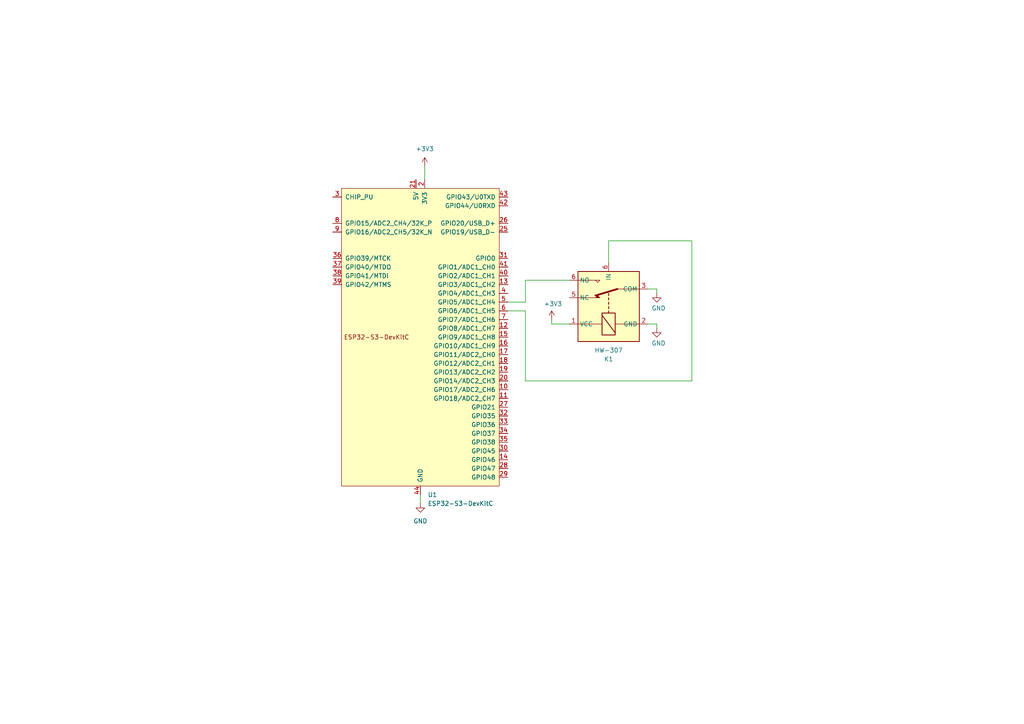
<source format=kicad_sch>
(kicad_sch (version 20250114) (generator "eeschema") (generator_version "9.0")
  (paper "A4")
  (lib_symbols
    (symbol "PCM_Espressif:ESP32-S3-DevKitC" (pin_names (offset 1.016))
      (property "Reference" "U" (at -22.86 48.26 0))
      (property "Value" "ESP32-S3-DevKitC" (at -22.86 45.72 0))
      (symbol "ESP32-S3-DevKitC_0_0"
        (text "ESP32-S3-DevKitC" (at -12.7 0 0) (effects (font (size 1.27 1.27))))
        (pin bidirectional line (at -25.4 15.24 0) (length 2.54) (name "GPIO42/MTMS") (number "39"))
        (pin power_in line (at 0 -45.72 90) (length 2.54) (name "GND") (number "44"))
        (pin bidirectional line (at 25.4 40.64 180) (length 2.54) (name "GPIO43/U0TXD") (number "43"))
        (pin bidirectional line (at 25.4 38.1 180) (length 2.54) (name "GPIO44/U0RXD") (number "42"))
        (pin bidirectional line (at 25.4 20.32 180) (length 2.54) (name "GPIO1/ADC1_CH0") (number "41"))
        (pin bidirectional line (at 25.4 17.78 180) (length 2.54) (name "GPIO2/ADC1_CH1") (number "40"))
        (pin bidirectional line (at 25.4 -10.16 180) (length 2.54) (name "GPIO13/ADC2_CH2") (number "19"))
        (pin bidirectional line (at 25.4 -35.56 180) (length 2.54) (name "GPIO46") (number "14"))
      )
      (symbol "ESP32-S3-DevKitC_0_1"
        (rectangle (start -22.86 43.18) (end 22.86 -43.18) (fill (type background)))
        (pin power_in line (at 1.27 45.72 270) (length 2.54) (name "3V3") (number "2"))
      )
      (symbol "ESP32-S3-DevKitC_1_1"
        (pin input line (at -25.4 40.64 0) (length 2.54) (name "CHIP_PU") (number "3"))
        (pin bidirectional line (at -25.4 33.02 0) (length 2.54) (name "GPIO15/ADC2_CH4/32K_P") (number "8"))
        (pin bidirectional line (at -25.4 30.48 0) (length 2.54) (name "GPIO16/ADC2_CH5/32K_N") (number "9"))
        (pin bidirectional line (at -25.4 22.86 0) (length 2.54) (name "GPIO39/MTCK") (number "36"))
        (pin bidirectional line (at -25.4 20.32 0) (length 2.54) (name "GPIO40/MTDO") (number "37"))
        (pin bidirectional line (at -25.4 17.78 0) (length 2.54) (name "GPIO41/MTDI") (number "38"))
        (pin power_in line (at -1.27 45.72 270) (length 2.54) (name "5V") (number "21"))
        (pin passive line (at 0 -45.72 90) (length 2.54) (hide yes) (name "GND") (number "22"))
        (pin passive line (at 0 -45.72 90) (length 2.54) (hide yes) (name "GND") (number "23"))
        (pin passive line (at 0 -45.72 90) (length 2.54) (hide yes) (name "GND") (number "24"))
        (pin passive line (at 1.27 45.72 270) (length 2.54) (hide yes) (name "3V3") (number "1"))
        (pin bidirectional line (at 25.4 33.02 180) (length 2.54) (name "GPIO20/USB_D+") (number "26"))
        (pin bidirectional line (at 25.4 30.48 180) (length 2.54) (name "GPIO19/USB_D-") (number "25"))
        (pin bidirectional line (at 25.4 22.86 180) (length 2.54) (name "GPIO0") (number "31"))
        (pin bidirectional line (at 25.4 15.24 180) (length 2.54) (name "GPIO3/ADC1_CH2") (number "13"))
        (pin bidirectional line (at 25.4 12.7 180) (length 2.54) (name "GPIO4/ADC1_CH3") (number "4"))
        (pin bidirectional line (at 25.4 10.16 180) (length 2.54) (name "GPIO5/ADC1_CH4") (number "5"))
        (pin bidirectional line (at 25.4 7.62 180) (length 2.54) (name "GPIO6/ADC1_CH5") (number "6"))
        (pin bidirectional line (at 25.4 5.08 180) (length 2.54) (name "GPIO7/ADC1_CH6") (number "7"))
        (pin bidirectional line (at 25.4 2.54 180) (length 2.54) (name "GPIO8/ADC1_CH7") (number "12"))
        (pin bidirectional line (at 25.4 0 180) (length 2.54) (name "GPIO9/ADC1_CH8") (number "15"))
        (pin bidirectional line (at 25.4 -2.54 180) (length 2.54) (name "GPIO10/ADC1_CH9") (number "16"))
        (pin bidirectional line (at 25.4 -5.08 180) (length 2.54) (name "GPIO11/ADC2_CH0") (number "17"))
        (pin bidirectional line (at 25.4 -7.62 180) (length 2.54) (name "GPIO12/ADC2_CH1") (number "18"))
        (pin bidirectional line (at 25.4 -12.7 180) (length 2.54) (name "GPIO14/ADC2_CH3") (number "20"))
        (pin bidirectional line (at 25.4 -15.24 180) (length 2.54) (name "GPIO17/ADC2_CH6") (number "10"))
        (pin bidirectional line (at 25.4 -17.78 180) (length 2.54) (name "GPIO18/ADC2_CH7") (number "11"))
        (pin bidirectional line (at 25.4 -20.32 180) (length 2.54) (name "GPIO21") (number "27"))
        (pin bidirectional line (at 25.4 -22.86 180) (length 2.54) (name "GPIO35") (number "32"))
        (pin bidirectional line (at 25.4 -25.4 180) (length 2.54) (name "GPIO36") (number "33"))
        (pin bidirectional line (at 25.4 -27.94 180) (length 2.54) (name "GPIO37") (number "34"))
        (pin bidirectional line (at 25.4 -30.48 180) (length 2.54) (name "GPIO38") (number "35"))
        (pin bidirectional line (at 25.4 -33.02 180) (length 2.54) (name "GPIO45") (number "30"))
        (pin bidirectional line (at 25.4 -38.1 180) (length 2.54) (name "GPIO47") (number "28"))
        (pin bidirectional line (at 25.4 -40.64 180) (length 2.54) (name "GPIO48") (number "29"))
      )
    )
    (symbol "User_Library:HW-307"
      (property "Reference" "K" (at -1.016 15.494 0))
      (property "Value" "HW-307" (at -3.81 12.954 0))
      (symbol "HW-307_0_0"
        (polyline (pts (xy 8.89 -7.62) (xy 2.54 -7.62) (xy 3.175 -6.985) (xy 3.81 -7.62)))
      )
      (symbol "HW-307_0_1"
        (rectangle (start -8.89 10.16) (end 8.89 -10.16) (stroke (width 0.254)) (fill (type background)))
        (polyline (pts (xy -8.89 5.08) (xy -1.905 5.08)))
        (polyline (pts (xy -2.54 -5.08) (xy -8.89 -5.08)))
        (polyline (pts (xy -2.54 -5.08) (xy 3.81 -3.175)) (stroke (width 0.508)))
        (polyline (pts (xy -1.905 7.62) (xy 1.905 2.54)) (stroke (width 0.254)))
        (polyline (pts (xy 0 1.905) (xy 0 1.27)) (stroke (width 0.254)))
        (polyline (pts (xy 0 0.635) (xy 0 0)) (stroke (width 0.254)))
        (polyline (pts (xy 0 -0.635) (xy 0 -1.27)) (stroke (width 0.254)))
        (polyline (pts (xy 0 -1.905) (xy 0 -2.54)) (stroke (width 0.254)))
        (polyline (pts (xy 0 -3.175) (xy 0 -3.81)) (stroke (width 0.254)))
        (rectangle (start 1.905 8.255) (end -1.905 1.905) (stroke (width 0.254)))
        (polyline (pts (xy 8.89 5.08) (xy 1.905 5.08)))
        (polyline (pts (xy 8.89 -2.54) (xy 2.54 -2.54) (xy 3.175 -3.175) (xy 3.81 -2.54)) (fill (type outline)))
      )
      (symbol "HW-307_1_1"
        (pin passive line (at -11.43 5.08 0) (length 2.54) (name "GND") (number "2"))
        (pin passive line (at -11.43 -5.08 0) (length 2.54) (name "COM") (number "3"))
        (pin passive line (at 0 -12.7 90) (length 2.54) (name "IN") (number "6"))
        (pin passive line (at 11.43 5.08 180) (length 2.54) (name "VCC") (number "1"))
        (pin passive line (at 11.43 -2.54 180) (length 2.54) (name "NC") (number "5"))
        (pin passive line (at 11.43 -7.62 180) (length 2.54) (name "NO") (number "6"))
      )
    )
    (symbol "power:+3V3" (power) (pin_numbers (hide yes)) (pin_names (offset 0) (hide yes))
      (property "Value" "+3V3" (at 0 3.556 0))
      (symbol "+3V3_0_1"
        (polyline (pts (xy -0.762 1.27) (xy 0 2.54)))
        (polyline (pts (xy 0 2.54) (xy 0.762 1.27)))
        (polyline (pts (xy 0 0) (xy 0 2.54)))
      )
      (symbol "+3V3_1_1"
        (pin power_in line (at 0 0 90) (length 0) (name "~") (number "1"))
      )
    )
    (symbol "power:GND" (power) (pin_numbers (hide yes)) (pin_names (offset 0) (hide yes))
      (property "Value" "GND" (at 0 -3.81 0))
      (symbol "GND_0_1"
        (polyline (pts (xy 0 0) (xy 0 -1.27) (xy 1.27 -1.27) (xy 0 -2.54) (xy -1.27 -1.27) (xy 0 -1.27)))
      )
      (symbol "GND_1_1"
        (pin power_in line (at 0 0 270) (length 0) (name "~") (number "1"))
      )
    )
  )
  (wire (pts (xy 147.32 90.17) (xy 152.4 90.17)))
  (wire (pts (xy 152.4 81.28) (xy 165.1 81.28)))
  (wire (pts (xy 200.66 69.85) (xy 176.53 69.85)))
  (wire (pts (xy 176.53 69.85) (xy 176.53 76.2)))
  (wire (pts (xy 147.32 87.63) (xy 152.4 87.63)))
  (wire (pts (xy 121.92 146.05) (xy 121.92 143.51)))
  (wire (pts (xy 123.19 48.26) (xy 123.19 52.07)))
  (wire (pts (xy 152.4 90.17) (xy 152.4 110.49)))
  (wire (pts (xy 160.02 93.98) (xy 165.1 93.98)))
  (wire (pts (xy 152.4 110.49) (xy 200.66 110.49)))
  (wire (pts (xy 190.5 93.98) (xy 187.96 93.98)))
  (wire (pts (xy 190.5 93.98) (xy 190.5 95.25)))
  (wire (pts (xy 200.66 110.49) (xy 200.66 69.85)))
  (wire (pts (xy 152.4 87.63) (xy 152.4 81.28)))
  (wire (pts (xy 160.02 92.71) (xy 160.02 93.98)))
  (wire (pts (xy 190.5 83.82) (xy 187.96 83.82)))
  (wire (pts (xy 190.5 85.09) (xy 190.5 83.82)))
  (symbol (lib_id "power:+3V3") (at 160.02 92.71 0) (unit 1)
    (property "Reference" "#PWR06" (effects (hide yes)))
    (property "Value" "+3V3" (at 157.734 88.138 0) (effects (justify left)))
    (property "Description" "Power symbol creates a global label with name \"+3V3\"" (effects (hide yes)))
  )
  (symbol (lib_id "power:+3V3") (at 123.19 48.26 0) (unit 1)
    (property "Reference" "#PWR02" (effects (hide yes)))
    (property "Value" "+3V3" (at 123.19 43.18 0))
    (property "Description" "Power symbol creates a global label with name \"+3V3\"" (effects (hide yes)))
  )
  (symbol (lib_id "PCM_Espressif:ESP32-S3-DevKitC") (at 121.92 97.79 0) (unit 1)
    (property "Reference" "U1" (at 124.0633 143.51 0) (effects (justify left)))
    (property "Value" "ESP32-S3-DevKitC" (at 124.0633 146.05 0) (effects (justify left)))
    (property "Footprint" "PCM_Espressif:ESP32-S3-DevKitC" (effects (hide yes)))
    (property "Description" "ESP32-S3-DevKitC" (effects (hide yes)))
  )
  (symbol (lib_id "power:GND") (at 190.5 85.09 0) (unit 1)
    (property "Reference" "#PWR04" (effects (hide yes)))
    (property "Value" "GND" (at 188.976 89.408 0) (effects (justify left)))
    (property "Description" "Power symbol creates a global label with name \"GND\" , ground" (effects (hide yes)))
  )
  (symbol (lib_id "User_Library:HW-307") (at 176.53 88.9 180) (unit 1)
    (property "Reference" "K1" (at 176.53 104.14 0))
    (property "Value" "HW-307" (at 176.53 101.6 0))
  )
  (symbol (lib_id "power:GND") (at 190.5 95.25 0) (unit 1)
    (property "Reference" "#PWR03" (effects (hide yes)))
    (property "Value" "GND" (at 188.976 99.568 0) (effects (justify left)))
    (property "Description" "Power symbol creates a global label with name \"GND\" , ground" (effects (hide yes)))
  )
  (symbol (lib_id "power:GND") (at 121.92 146.05 0) (unit 1)
    (property "Reference" "#PWR01" (effects (hide yes)))
    (property "Value" "GND" (at 121.92 151.13 0))
    (property "Description" "Power symbol creates a global label with name \"GND\" , ground" (effects (hide yes)))
  )
)
</source>
